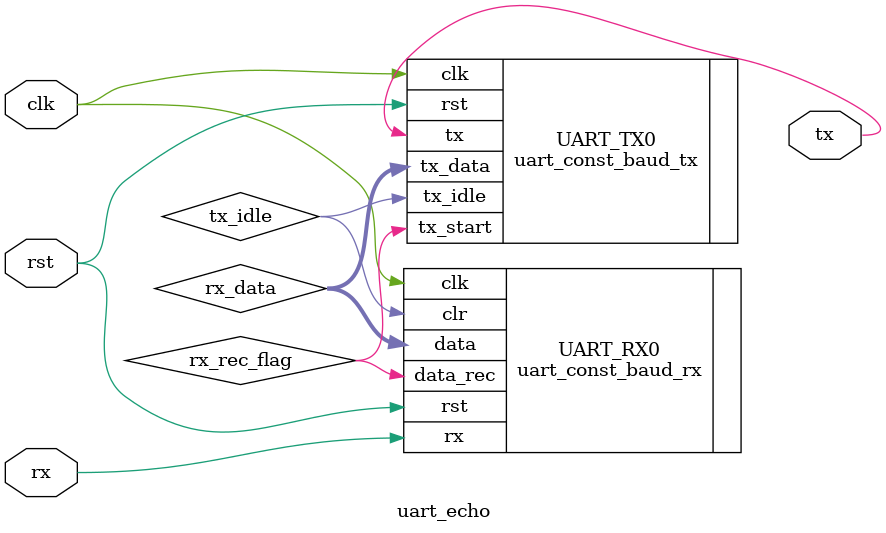
<source format=v>
`timescale 1ns / 1ps

/*
    uart_echo #(.clock_freq(),.baud_rate()) UART_ECHO0(
        .tx(),
        .rx(),
        .clk(),
        .rst()
        );
*/

module uart_echo #(parameter clock_freq = 100_000_000,baud_rate = 115200) (
    output tx,
    input rx,
    input clk,
    input rst
    );
    
    wire tx_done;
    wire rx_rec_flag;
    wire[7:0] rx_data;
    wire[7:0] tx_data;
    
    uart_const_baud_rx #(.clock_freq(clock_freq),.baud_rate(baud_rate)) UART_RX0(
        .data(rx_data),
        .data_rec(rx_rec_flag),
        .rx(rx),
        .clr(tx_idle),
        .clk(clk),
        .rst(rst)
    );
    
    uart_const_baud_tx #(.clock_freq(clock_freq),.baud_rate(baud_rate)) UART_TX0(
        .tx(tx),
        .tx_idle(tx_idle),
        .tx_start(rx_rec_flag),
        .tx_data(rx_data),
        .clk(clk),
        .rst(rst)
    );
    
endmodule
</source>
